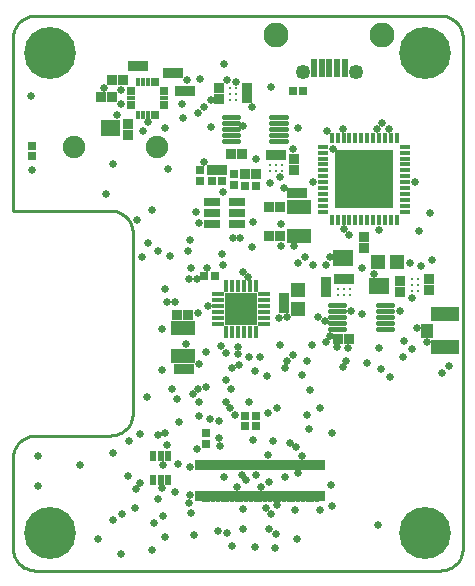
<source format=gbr>
G04 EAGLE Gerber RS-274X export*
G75*
%MOMM*%
%FSLAX34Y34*%
%LPD*%
%INSoldermask Bottom*%
%IPPOS*%
%AMOC8*
5,1,8,0,0,1.08239X$1,22.5*%
G01*
%ADD10C,4.394200*%
%ADD11R,1.016000X0.406400*%
%ADD12R,0.406400X1.016000*%
%ADD13R,2.794000X2.794000*%
%ADD14R,0.823200X0.823200*%
%ADD15R,1.203200X1.153200*%
%ADD16R,1.153200X1.203200*%
%ADD17R,0.603200X1.553200*%
%ADD18C,2.103200*%
%ADD19C,1.253200*%
%ADD20R,0.838200X1.473200*%
%ADD21R,0.703200X0.703200*%
%ADD22R,0.953200X0.453200*%
%ADD23R,0.453200X0.953200*%
%ADD24R,4.903200X4.903200*%
%ADD25C,0.325000*%
%ADD26R,1.409600X0.683200*%
%ADD27C,0.453200*%
%ADD28R,2.103200X1.303200*%
%ADD29R,2.403200X1.253200*%
%ADD30R,1.003200X1.203200*%
%ADD31C,1.903200*%
%ADD32R,0.508000X0.876300*%
%ADD33R,0.433200X0.863200*%
%ADD34R,0.400800X0.710800*%
%ADD35R,10.972800X0.965200*%
%ADD36R,0.803200X0.403200*%
%ADD37R,0.403200X0.803200*%
%ADD38C,0.657200*%
%ADD39C,0.254000*%


D10*
X31750Y438150D03*
X349250Y438150D03*
X31750Y31750D03*
X349250Y31750D03*
D11*
X212725Y233934D03*
X212725Y228854D03*
X212725Y223774D03*
X212725Y218694D03*
X212725Y213614D03*
X212725Y208534D03*
D12*
X205740Y201549D03*
X200660Y201549D03*
X195580Y201549D03*
X190500Y201549D03*
X185420Y201549D03*
X180340Y201549D03*
D11*
X173355Y208534D03*
X173355Y213614D03*
X173355Y218694D03*
X173355Y223774D03*
X173355Y228854D03*
X173355Y233934D03*
D12*
X180340Y240919D03*
X185420Y240919D03*
X190500Y240919D03*
X195580Y240919D03*
X200660Y240919D03*
X205740Y240919D03*
D13*
X193040Y221234D03*
D14*
X297389Y282331D03*
X297389Y273331D03*
X265049Y235530D03*
X265049Y244530D03*
X275789Y247015D03*
X284789Y247015D03*
D15*
X241427Y237235D03*
X241427Y221235D03*
D14*
X229362Y230941D03*
X229362Y221941D03*
X245120Y319704D03*
X236120Y319704D03*
X149280Y170942D03*
X140280Y170942D03*
X139391Y216535D03*
X148391Y216535D03*
X352298Y237562D03*
X352298Y246562D03*
X328168Y244784D03*
X328168Y235784D03*
X226070Y283128D03*
X217070Y283128D03*
X227385Y351917D03*
X218385Y351917D03*
X237871Y339035D03*
X237871Y348035D03*
X226070Y307512D03*
X217070Y307512D03*
X205795Y335788D03*
X196795Y335788D03*
X168220Y339217D03*
X177220Y339217D03*
D16*
X309500Y260985D03*
X325500Y260985D03*
D17*
X267970Y425644D03*
X261470Y425644D03*
X280970Y425644D03*
D18*
X312970Y453644D03*
X222970Y453644D03*
D19*
X245720Y422394D03*
X290220Y422394D03*
D17*
X274470Y425644D03*
X254970Y425644D03*
D20*
X314325Y241046D03*
X306197Y241046D03*
X275590Y264668D03*
X283718Y264668D03*
D21*
X187071Y326716D03*
X187071Y335716D03*
X205795Y325882D03*
X196795Y325882D03*
X158369Y329764D03*
X158369Y338764D03*
X177220Y329565D03*
X168220Y329565D03*
X206121Y131246D03*
X206121Y122246D03*
X196596Y131246D03*
X196596Y122246D03*
X163449Y107260D03*
X163449Y116260D03*
D22*
X262794Y303798D03*
X262794Y308798D03*
X262794Y313798D03*
X262794Y318798D03*
X262794Y323798D03*
X262794Y328798D03*
X262794Y333798D03*
X262794Y338798D03*
X262794Y343798D03*
X262794Y348798D03*
X262794Y353798D03*
X262794Y358798D03*
D23*
X270044Y366048D03*
X275044Y366048D03*
X280044Y366048D03*
X285044Y366048D03*
X290044Y366048D03*
X295044Y366048D03*
X300044Y366048D03*
X305044Y366048D03*
X310044Y366048D03*
X315044Y366048D03*
X320044Y366048D03*
X325044Y366048D03*
D22*
X332294Y358798D03*
X332294Y353798D03*
X332294Y348798D03*
X332294Y343798D03*
X332294Y338798D03*
X332294Y333798D03*
X332294Y328798D03*
X332294Y323798D03*
X332294Y318798D03*
X332294Y313798D03*
X332294Y308798D03*
X332294Y303798D03*
D23*
X325044Y296548D03*
X320044Y296548D03*
X315044Y296548D03*
X310044Y296548D03*
X305044Y296548D03*
X300044Y296548D03*
X295044Y296548D03*
X290044Y296548D03*
X285044Y296548D03*
X280044Y296548D03*
X275044Y296548D03*
X270044Y296548D03*
D24*
X297544Y331298D03*
D25*
X275289Y233085D03*
X275289Y238085D03*
X280289Y233085D03*
X280289Y238085D03*
X285289Y233085D03*
X285289Y238085D03*
X227885Y343368D03*
X227885Y338368D03*
X222885Y343368D03*
X222885Y338368D03*
X217885Y343368D03*
X217885Y338368D03*
D26*
X168832Y293395D03*
X168832Y302895D03*
X168832Y312395D03*
X189816Y312395D03*
X189816Y302895D03*
X189816Y293395D03*
D27*
X190474Y363888D02*
X178474Y363888D01*
X178474Y368888D02*
X190474Y368888D01*
X190474Y373888D02*
X178474Y373888D01*
X178474Y378888D02*
X190474Y378888D01*
X190474Y383888D02*
X178474Y383888D01*
X218974Y383888D02*
X230974Y383888D01*
X230974Y378888D02*
X218974Y378888D01*
X218974Y373888D02*
X230974Y373888D01*
X230974Y368888D02*
X218974Y368888D01*
X218974Y363888D02*
X230974Y363888D01*
X268644Y204630D02*
X280644Y204630D01*
X280644Y209630D02*
X268644Y209630D01*
X268644Y214630D02*
X280644Y214630D01*
X280644Y219630D02*
X268644Y219630D01*
X268644Y224630D02*
X280644Y224630D01*
X309144Y224630D02*
X321144Y224630D01*
X321144Y219630D02*
X309144Y219630D01*
X309144Y214630D02*
X321144Y214630D01*
X321144Y209630D02*
X309144Y209630D01*
X309144Y204630D02*
X321144Y204630D01*
D25*
X343368Y236554D03*
X338368Y236554D03*
X343368Y241554D03*
X338368Y241554D03*
X343368Y246554D03*
X338368Y246554D03*
D28*
X144272Y205548D03*
X144272Y181548D03*
X242398Y283574D03*
X242398Y307574D03*
D29*
X365506Y216950D03*
X365506Y189450D03*
D30*
X350256Y203200D03*
D31*
X51828Y358394D03*
X121828Y358394D03*
D32*
X118595Y97219D03*
X125095Y97219D03*
X131595Y97219D03*
X131595Y77026D03*
X125095Y77026D03*
X118595Y77026D03*
D14*
X197866Y399741D03*
X197866Y408741D03*
X174879Y399614D03*
X174879Y408614D03*
D25*
X188809Y398606D03*
X183809Y398606D03*
X188809Y403606D03*
X183809Y403606D03*
X188809Y408606D03*
X183809Y408606D03*
D14*
X184984Y352298D03*
X193984Y352298D03*
X275281Y195961D03*
X284281Y195961D03*
D33*
X161550Y62650D03*
X161550Y89750D03*
X165550Y62650D03*
X165550Y89750D03*
X169550Y62650D03*
X169550Y89750D03*
X173550Y62650D03*
X173550Y89750D03*
X177550Y62650D03*
X177550Y89750D03*
X181550Y62650D03*
X181550Y89750D03*
X185550Y62650D03*
X185550Y89750D03*
X189550Y62650D03*
X189550Y89750D03*
X193550Y62650D03*
X193550Y89750D03*
X197550Y62650D03*
X197550Y89750D03*
X201550Y62650D03*
X201550Y89750D03*
X205550Y62650D03*
X205550Y89750D03*
X209550Y62650D03*
X209550Y89750D03*
X213550Y62650D03*
X213550Y89750D03*
X217550Y62650D03*
X217550Y89750D03*
X221550Y62650D03*
X221550Y89750D03*
X225550Y62650D03*
X225550Y89750D03*
X229550Y62650D03*
X229550Y89750D03*
X233550Y62650D03*
X233550Y89750D03*
X237550Y62650D03*
X237550Y89750D03*
X241550Y62650D03*
X241550Y89750D03*
X245550Y62650D03*
X245550Y89750D03*
D34*
X262300Y62650D03*
X262300Y89750D03*
X156800Y62650D03*
X156800Y89750D03*
D35*
X209646Y89662D03*
X209646Y62738D03*
D33*
X249550Y62650D03*
X249550Y89750D03*
X253550Y62650D03*
X253550Y89750D03*
X257550Y62650D03*
X257550Y89750D03*
D36*
X100300Y392050D03*
X100300Y396050D03*
X100300Y400050D03*
X100300Y404050D03*
X100300Y408050D03*
D37*
X106300Y414050D03*
X110300Y414050D03*
X114300Y414050D03*
X118300Y414050D03*
X122300Y414050D03*
D36*
X128300Y408050D03*
X128300Y404050D03*
X128300Y400050D03*
X128300Y396050D03*
X128300Y392050D03*
D37*
X122300Y386050D03*
X118300Y386050D03*
X114300Y386050D03*
X110300Y386050D03*
X106300Y386050D03*
D14*
X83621Y400558D03*
X74621Y400558D03*
X93273Y415163D03*
X84273Y415163D03*
X141296Y405765D03*
X150296Y405765D03*
X97536Y378134D03*
X97536Y369134D03*
D20*
X86614Y374650D03*
X78486Y374650D03*
D14*
X101418Y427228D03*
X110418Y427228D03*
D21*
X16637Y359846D03*
X16637Y350846D03*
D14*
X140009Y421259D03*
X131009Y421259D03*
D21*
X236800Y406400D03*
X245800Y406400D03*
X171124Y249301D03*
X162124Y249301D03*
D38*
X336550Y260350D03*
X217678Y327787D03*
X237490Y356997D03*
X85090Y344297D03*
X78740Y318897D03*
X15240Y401447D03*
X295529Y256159D03*
X264922Y258953D03*
X162052Y345948D03*
X181102Y415671D03*
X117983Y305181D03*
X179070Y428498D03*
X158242Y415798D03*
X202311Y392684D03*
X144272Y383032D03*
X337947Y230378D03*
X241808Y259969D03*
X229362Y323596D03*
X163957Y185420D03*
X157480Y175260D03*
X175895Y190373D03*
X227076Y274701D03*
X269621Y72517D03*
X240792Y26416D03*
X308991Y38608D03*
X363347Y166878D03*
X344297Y287528D03*
X283464Y188595D03*
X123063Y270383D03*
X161925Y392176D03*
X319659Y164084D03*
X310261Y188722D03*
X157607Y142367D03*
X345948Y257683D03*
X156591Y218440D03*
X186182Y281305D03*
X178054Y258953D03*
X56896Y89027D03*
X97409Y80137D03*
X103124Y53086D03*
X127000Y89154D03*
X149987Y87630D03*
X149606Y63754D03*
X122555Y60325D03*
X127000Y46355D03*
X227076Y293751D03*
X149225Y247142D03*
X164338Y255905D03*
X154813Y303530D03*
X251333Y153162D03*
X249174Y131445D03*
X128524Y237998D03*
X264795Y193421D03*
X249301Y177038D03*
X91440Y14097D03*
X72390Y26797D03*
X21590Y96647D03*
X21590Y71247D03*
X180975Y31750D03*
X369697Y173228D03*
X338074Y187579D03*
X353568Y302768D03*
X270637Y54991D03*
X153797Y29972D03*
X118237Y17145D03*
X185039Y153416D03*
X191389Y174371D03*
X140843Y125349D03*
X128905Y116332D03*
X130556Y106045D03*
X92075Y47879D03*
X119634Y40005D03*
X184023Y137414D03*
X232410Y177419D03*
X209550Y181102D03*
X312420Y378968D03*
X318262Y374142D03*
X308356Y373888D03*
X254127Y329184D03*
X284988Y283718D03*
X280289Y289052D03*
X279400Y374142D03*
X266393Y372551D03*
X270891Y356743D03*
X306197Y251206D03*
X194564Y253111D03*
X199136Y248539D03*
X237236Y182626D03*
X152273Y149543D03*
X137668Y227394D03*
X178562Y79185D03*
X150686Y256032D03*
X165100Y223838D03*
X148844Y57468D03*
X205740Y348488D03*
X177673Y320675D03*
X230505Y171133D03*
X245237Y165227D03*
X239713Y104775D03*
X223266Y55245D03*
X150813Y48705D03*
X232029Y214376D03*
X286258Y219583D03*
X295783Y217170D03*
X225679Y213995D03*
X187706Y131953D03*
X166751Y128524D03*
X174244Y112141D03*
X225806Y191008D03*
X253111Y191008D03*
X190627Y183388D03*
X205359Y168529D03*
X215900Y133350D03*
X180086Y183769D03*
X180340Y161417D03*
X137160Y66104D03*
X197485Y76264D03*
X220663Y110046D03*
X200025Y180975D03*
X190754Y189548D03*
X341858Y205127D03*
X340614Y328676D03*
X310388Y288671D03*
X157734Y294259D03*
X202438Y274066D03*
X157353Y130556D03*
X200279Y142367D03*
X274320Y189103D03*
X258572Y215011D03*
X176911Y267716D03*
X263906Y211328D03*
X149860Y279781D03*
X126365Y69596D03*
X140081Y90424D03*
X156083Y102997D03*
X113919Y146558D03*
X148590Y270510D03*
X226441Y332994D03*
X241300Y374650D03*
X327533Y219964D03*
X174625Y126365D03*
X175260Y105410D03*
X180213Y142621D03*
X163449Y155067D03*
X146558Y191770D03*
X126365Y204470D03*
X157099Y387350D03*
X139319Y145161D03*
X147066Y415544D03*
X188849Y414020D03*
X192532Y281178D03*
X167822Y398471D03*
X195072Y376047D03*
X167640Y375793D03*
X77597Y408686D03*
X193675Y80963D03*
X173355Y33401D03*
X98743Y109601D03*
X123254Y114554D03*
X135065Y153988D03*
X130239Y227140D03*
X88265Y385318D03*
X91694Y394589D03*
X91440Y406781D03*
X133350Y266700D03*
X157163Y153988D03*
X142875Y395288D03*
X330518Y180975D03*
X299784Y175387D03*
X282448Y177546D03*
X234442Y107950D03*
X215837Y97663D03*
X114173Y277241D03*
X126175Y169863D03*
X185230Y171641D03*
X215265Y165100D03*
X223647Y137287D03*
X251016Y119888D03*
X245047Y97346D03*
X241300Y82550D03*
X128588Y374650D03*
X131763Y339725D03*
X185674Y20701D03*
X190056Y70866D03*
X194945Y34925D03*
X195263Y52388D03*
X16637Y339471D03*
X218821Y409321D03*
X209804Y70485D03*
X216535Y35306D03*
X205550Y81026D03*
X216980Y75057D03*
X270574Y116269D03*
X260223Y137351D03*
X279337Y172403D03*
X311341Y170752D03*
X350838Y193675D03*
X355283Y262954D03*
X331534Y193993D03*
X268288Y265113D03*
X218377Y48006D03*
X238633Y51181D03*
X260223Y51308D03*
X268288Y198374D03*
X254000Y258763D03*
X247650Y265113D03*
X238125Y274511D03*
X203200Y295275D03*
X214059Y53277D03*
X103886Y68834D03*
X203327Y110363D03*
X109919Y372047D03*
X222250Y19050D03*
X205042Y19622D03*
X84392Y43117D03*
X84646Y99378D03*
X129159Y28067D03*
X222631Y30607D03*
X114300Y379413D03*
X105410Y296609D03*
X109538Y265113D03*
X107760Y115253D03*
X107950Y74232D03*
X230632Y79502D03*
X156083Y246634D03*
D39*
X0Y19050D02*
X73Y17390D01*
X289Y15742D01*
X649Y14120D01*
X1149Y12535D01*
X1785Y10999D01*
X2552Y9525D01*
X3445Y8123D01*
X4457Y6805D01*
X5580Y5580D01*
X6805Y4457D01*
X8123Y3445D01*
X9525Y2552D01*
X10999Y1785D01*
X12535Y1149D01*
X14120Y649D01*
X15742Y289D01*
X17390Y73D01*
X19050Y0D01*
X361950Y0D01*
X363610Y73D01*
X365258Y289D01*
X366881Y649D01*
X368465Y1149D01*
X370001Y1785D01*
X371475Y2552D01*
X372877Y3445D01*
X374195Y4457D01*
X375420Y5580D01*
X376543Y6805D01*
X377555Y8123D01*
X378448Y9525D01*
X379215Y10999D01*
X379851Y12535D01*
X380351Y14120D01*
X380711Y15742D01*
X380928Y17390D01*
X381000Y19050D01*
X381000Y450850D01*
X380928Y452510D01*
X380711Y454158D01*
X380351Y455781D01*
X379851Y457365D01*
X379215Y458901D01*
X378448Y460375D01*
X377555Y461777D01*
X376543Y463095D01*
X375420Y464320D01*
X374195Y465443D01*
X372877Y466455D01*
X371475Y467348D01*
X370001Y468115D01*
X368465Y468751D01*
X366881Y469251D01*
X365258Y469611D01*
X363610Y469828D01*
X361950Y469900D01*
X19050Y469900D01*
X17390Y469828D01*
X15742Y469611D01*
X14120Y469251D01*
X12535Y468751D01*
X10999Y468115D01*
X9525Y467348D01*
X8123Y466455D01*
X6805Y465443D01*
X5580Y464320D01*
X4457Y463095D01*
X3445Y461777D01*
X2552Y460375D01*
X1785Y458901D01*
X1149Y457365D01*
X649Y455781D01*
X289Y454158D01*
X73Y452510D01*
X0Y450850D01*
X0Y304800D01*
X82550Y304800D01*
X84210Y304728D01*
X85858Y304511D01*
X87481Y304151D01*
X89065Y303651D01*
X90601Y303015D01*
X92075Y302248D01*
X93477Y301355D01*
X94795Y300343D01*
X96020Y299220D01*
X97143Y297995D01*
X98155Y296677D01*
X99048Y295275D01*
X99815Y293801D01*
X100451Y292265D01*
X100951Y290681D01*
X101311Y289058D01*
X101528Y287410D01*
X101600Y285750D01*
X101600Y133350D01*
X101528Y131690D01*
X101311Y130042D01*
X100951Y128420D01*
X100451Y126835D01*
X99815Y125299D01*
X99048Y123825D01*
X98155Y122423D01*
X97143Y121105D01*
X96020Y119880D01*
X94795Y118757D01*
X93477Y117745D01*
X92075Y116852D01*
X90601Y116085D01*
X89065Y115449D01*
X87481Y114949D01*
X85858Y114589D01*
X84210Y114373D01*
X82550Y114300D01*
X19050Y114300D01*
X17390Y114228D01*
X15742Y114011D01*
X14120Y113651D01*
X12535Y113151D01*
X10999Y112515D01*
X9525Y111748D01*
X8123Y110855D01*
X6805Y109843D01*
X5580Y108720D01*
X4457Y107495D01*
X3445Y106177D01*
X2552Y104775D01*
X1785Y103301D01*
X1149Y101765D01*
X649Y100181D01*
X289Y98558D01*
X73Y96910D01*
X0Y95250D01*
X0Y19050D01*
M02*

</source>
